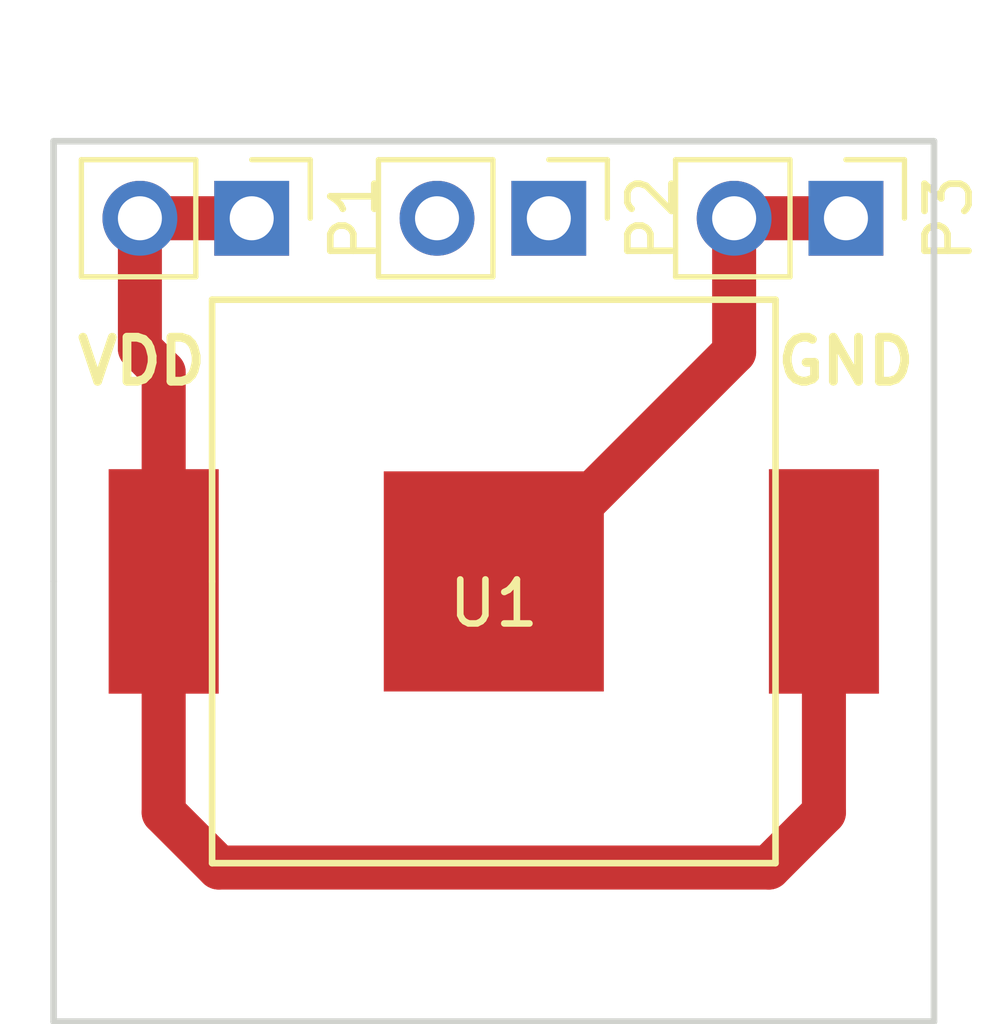
<source format=kicad_pcb>
(kicad_pcb (version 4) (host pcbnew 4.0.1-stable)

  (general
    (links 5)
    (no_connects 0)
    (area 138.505 92.641666 161.305 116.075001)
    (thickness 1.6)
    (drawings 7)
    (tracks 13)
    (zones 0)
    (modules 4)
    (nets 3)
  )

  (page A4)
  (layers
    (0 F.Cu signal)
    (31 B.Cu signal)
    (32 B.Adhes user)
    (33 F.Adhes user)
    (34 B.Paste user)
    (35 F.Paste user)
    (36 B.SilkS user)
    (37 F.SilkS user)
    (38 B.Mask user)
    (39 F.Mask user)
    (40 Dwgs.User user)
    (41 Cmts.User user)
    (42 Eco1.User user)
    (43 Eco2.User user)
    (44 Edge.Cuts user)
    (45 Margin user)
    (46 B.CrtYd user)
    (47 F.CrtYd user)
    (48 B.Fab user)
    (49 F.Fab user)
  )

  (setup
    (last_trace_width 1)
    (user_trace_width 1)
    (trace_clearance 0.2)
    (zone_clearance 0.508)
    (zone_45_only no)
    (trace_min 0.2)
    (segment_width 0.2)
    (edge_width 0.15)
    (via_size 0.6)
    (via_drill 0.4)
    (via_min_size 0.4)
    (via_min_drill 0.3)
    (uvia_size 0.3)
    (uvia_drill 0.1)
    (uvias_allowed no)
    (uvia_min_size 0.2)
    (uvia_min_drill 0.1)
    (pcb_text_width 0.3)
    (pcb_text_size 1.5 1.5)
    (mod_edge_width 0.15)
    (mod_text_size 1 1)
    (mod_text_width 0.15)
    (pad_size 1.524 1.524)
    (pad_drill 0.762)
    (pad_to_mask_clearance 0)
    (aux_axis_origin 140 96)
    (visible_elements FFFFFF7F)
    (pcbplotparams
      (layerselection 0x010f0_80000001)
      (usegerberextensions false)
      (excludeedgelayer true)
      (linewidth 0.100000)
      (plotframeref false)
      (viasonmask false)
      (mode 1)
      (useauxorigin true)
      (hpglpennumber 1)
      (hpglpenspeed 20)
      (hpglpendiameter 15)
      (hpglpenoverlay 2)
      (psnegative false)
      (psa4output false)
      (plotreference false)
      (plotvalue false)
      (plotinvisibletext false)
      (padsonsilk false)
      (subtractmaskfromsilk true)
      (outputformat 1)
      (mirror false)
      (drillshape 0)
      (scaleselection 1)
      (outputdirectory "C:/Users/jun/Desktop/(180122)dragonASICBatteryBoard/"))
  )

  (net 0 "")
  (net 1 "Net-(P1-Pad1)")
  (net 2 "Net-(P3-Pad1)")

  (net_class Default "これは標準のネット クラスです。"
    (clearance 0.2)
    (trace_width 0.25)
    (via_dia 0.6)
    (via_drill 0.4)
    (uvia_dia 0.3)
    (uvia_drill 0.1)
    (add_net "Net-(P1-Pad1)")
    (add_net "Net-(P3-Pad1)")
  )

  (module Pin_Headers:Pin_Header_Straight_1x02_Pitch2.54mm (layer F.Cu) (tedit 59650532) (tstamp 5A65B7C9)
    (at 144.5 97.75 270)
    (descr "Through hole straight pin header, 1x02, 2.54mm pitch, single row")
    (tags "Through hole pin header THT 1x02 2.54mm single row")
    (path /5A65B701)
    (fp_text reference P1 (at 0 -2.33 270) (layer F.SilkS)
      (effects (font (size 1 1) (thickness 0.15)))
    )
    (fp_text value CONN_01X02 (at 0 4.87 270) (layer F.Fab)
      (effects (font (size 1 1) (thickness 0.15)))
    )
    (fp_line (start -0.635 -1.27) (end 1.27 -1.27) (layer F.Fab) (width 0.1))
    (fp_line (start 1.27 -1.27) (end 1.27 3.81) (layer F.Fab) (width 0.1))
    (fp_line (start 1.27 3.81) (end -1.27 3.81) (layer F.Fab) (width 0.1))
    (fp_line (start -1.27 3.81) (end -1.27 -0.635) (layer F.Fab) (width 0.1))
    (fp_line (start -1.27 -0.635) (end -0.635 -1.27) (layer F.Fab) (width 0.1))
    (fp_line (start -1.33 3.87) (end 1.33 3.87) (layer F.SilkS) (width 0.12))
    (fp_line (start -1.33 1.27) (end -1.33 3.87) (layer F.SilkS) (width 0.12))
    (fp_line (start 1.33 1.27) (end 1.33 3.87) (layer F.SilkS) (width 0.12))
    (fp_line (start -1.33 1.27) (end 1.33 1.27) (layer F.SilkS) (width 0.12))
    (fp_line (start -1.33 0) (end -1.33 -1.33) (layer F.SilkS) (width 0.12))
    (fp_line (start -1.33 -1.33) (end 0 -1.33) (layer F.SilkS) (width 0.12))
    (fp_line (start -1.8 -1.8) (end -1.8 4.35) (layer F.CrtYd) (width 0.05))
    (fp_line (start -1.8 4.35) (end 1.8 4.35) (layer F.CrtYd) (width 0.05))
    (fp_line (start 1.8 4.35) (end 1.8 -1.8) (layer F.CrtYd) (width 0.05))
    (fp_line (start 1.8 -1.8) (end -1.8 -1.8) (layer F.CrtYd) (width 0.05))
    (fp_text user %R (at 0 1.27 360) (layer F.Fab)
      (effects (font (size 1 1) (thickness 0.15)))
    )
    (pad 1 thru_hole rect (at 0 0 270) (size 1.7 1.7) (drill 1) (layers *.Cu *.Mask)
      (net 1 "Net-(P1-Pad1)"))
    (pad 2 thru_hole oval (at 0 2.54 270) (size 1.7 1.7) (drill 1) (layers *.Cu *.Mask)
      (net 1 "Net-(P1-Pad1)"))
    (model ${KISYS3DMOD}/Pin_Headers.3dshapes/Pin_Header_Straight_1x02_Pitch2.54mm.wrl
      (at (xyz 0 0 0))
      (scale (xyz 1 1 1))
      (rotate (xyz 0 0 0))
    )
  )

  (module Pin_Headers:Pin_Header_Straight_1x02_Pitch2.54mm (layer F.Cu) (tedit 59650532) (tstamp 5A65B7CF)
    (at 151.25 97.75 270)
    (descr "Through hole straight pin header, 1x02, 2.54mm pitch, single row")
    (tags "Through hole pin header THT 1x02 2.54mm single row")
    (path /5A65B754)
    (fp_text reference P2 (at 0 -2.33 270) (layer F.SilkS)
      (effects (font (size 1 1) (thickness 0.15)))
    )
    (fp_text value CONN_01X02 (at 0 4.87 270) (layer F.Fab)
      (effects (font (size 1 1) (thickness 0.15)))
    )
    (fp_line (start -0.635 -1.27) (end 1.27 -1.27) (layer F.Fab) (width 0.1))
    (fp_line (start 1.27 -1.27) (end 1.27 3.81) (layer F.Fab) (width 0.1))
    (fp_line (start 1.27 3.81) (end -1.27 3.81) (layer F.Fab) (width 0.1))
    (fp_line (start -1.27 3.81) (end -1.27 -0.635) (layer F.Fab) (width 0.1))
    (fp_line (start -1.27 -0.635) (end -0.635 -1.27) (layer F.Fab) (width 0.1))
    (fp_line (start -1.33 3.87) (end 1.33 3.87) (layer F.SilkS) (width 0.12))
    (fp_line (start -1.33 1.27) (end -1.33 3.87) (layer F.SilkS) (width 0.12))
    (fp_line (start 1.33 1.27) (end 1.33 3.87) (layer F.SilkS) (width 0.12))
    (fp_line (start -1.33 1.27) (end 1.33 1.27) (layer F.SilkS) (width 0.12))
    (fp_line (start -1.33 0) (end -1.33 -1.33) (layer F.SilkS) (width 0.12))
    (fp_line (start -1.33 -1.33) (end 0 -1.33) (layer F.SilkS) (width 0.12))
    (fp_line (start -1.8 -1.8) (end -1.8 4.35) (layer F.CrtYd) (width 0.05))
    (fp_line (start -1.8 4.35) (end 1.8 4.35) (layer F.CrtYd) (width 0.05))
    (fp_line (start 1.8 4.35) (end 1.8 -1.8) (layer F.CrtYd) (width 0.05))
    (fp_line (start 1.8 -1.8) (end -1.8 -1.8) (layer F.CrtYd) (width 0.05))
    (fp_text user %R (at 0 1.27 360) (layer F.Fab)
      (effects (font (size 1 1) (thickness 0.15)))
    )
    (pad 1 thru_hole rect (at 0 0 270) (size 1.7 1.7) (drill 1) (layers *.Cu *.Mask))
    (pad 2 thru_hole oval (at 0 2.54 270) (size 1.7 1.7) (drill 1) (layers *.Cu *.Mask))
    (model ${KISYS3DMOD}/Pin_Headers.3dshapes/Pin_Header_Straight_1x02_Pitch2.54mm.wrl
      (at (xyz 0 0 0))
      (scale (xyz 1 1 1))
      (rotate (xyz 0 0 0))
    )
  )

  (module Pin_Headers:Pin_Header_Straight_1x02_Pitch2.54mm (layer F.Cu) (tedit 59650532) (tstamp 5A65B7D5)
    (at 158 97.75 270)
    (descr "Through hole straight pin header, 1x02, 2.54mm pitch, single row")
    (tags "Through hole pin header THT 1x02 2.54mm single row")
    (path /5A65B78B)
    (fp_text reference P3 (at 0 -2.33 270) (layer F.SilkS)
      (effects (font (size 1 1) (thickness 0.15)))
    )
    (fp_text value CONN_01X02 (at 0 4.87 270) (layer F.Fab)
      (effects (font (size 1 1) (thickness 0.15)))
    )
    (fp_line (start -0.635 -1.27) (end 1.27 -1.27) (layer F.Fab) (width 0.1))
    (fp_line (start 1.27 -1.27) (end 1.27 3.81) (layer F.Fab) (width 0.1))
    (fp_line (start 1.27 3.81) (end -1.27 3.81) (layer F.Fab) (width 0.1))
    (fp_line (start -1.27 3.81) (end -1.27 -0.635) (layer F.Fab) (width 0.1))
    (fp_line (start -1.27 -0.635) (end -0.635 -1.27) (layer F.Fab) (width 0.1))
    (fp_line (start -1.33 3.87) (end 1.33 3.87) (layer F.SilkS) (width 0.12))
    (fp_line (start -1.33 1.27) (end -1.33 3.87) (layer F.SilkS) (width 0.12))
    (fp_line (start 1.33 1.27) (end 1.33 3.87) (layer F.SilkS) (width 0.12))
    (fp_line (start -1.33 1.27) (end 1.33 1.27) (layer F.SilkS) (width 0.12))
    (fp_line (start -1.33 0) (end -1.33 -1.33) (layer F.SilkS) (width 0.12))
    (fp_line (start -1.33 -1.33) (end 0 -1.33) (layer F.SilkS) (width 0.12))
    (fp_line (start -1.8 -1.8) (end -1.8 4.35) (layer F.CrtYd) (width 0.05))
    (fp_line (start -1.8 4.35) (end 1.8 4.35) (layer F.CrtYd) (width 0.05))
    (fp_line (start 1.8 4.35) (end 1.8 -1.8) (layer F.CrtYd) (width 0.05))
    (fp_line (start 1.8 -1.8) (end -1.8 -1.8) (layer F.CrtYd) (width 0.05))
    (fp_text user %R (at 0 1.27 360) (layer F.Fab)
      (effects (font (size 1 1) (thickness 0.15)))
    )
    (pad 1 thru_hole rect (at 0 0 270) (size 1.7 1.7) (drill 1) (layers *.Cu *.Mask)
      (net 2 "Net-(P3-Pad1)"))
    (pad 2 thru_hole oval (at 0 2.54 270) (size 1.7 1.7) (drill 1) (layers *.Cu *.Mask)
      (net 2 "Net-(P3-Pad1)"))
    (model ${KISYS3DMOD}/Pin_Headers.3dshapes/Pin_Header_Straight_1x02_Pitch2.54mm.wrl
      (at (xyz 0 0 0))
      (scale (xyz 1 1 1))
      (rotate (xyz 0 0 0))
    )
  )

  (module dragonASICBatteryBoard:battery (layer F.Cu) (tedit 5A65B89A) (tstamp 5A65B7DC)
    (at 150 106)
    (path /5A65B68A)
    (fp_text reference U1 (at 0 0.5) (layer F.SilkS)
      (effects (font (size 1 1) (thickness 0.15)))
    )
    (fp_text value battery (at 0 -0.5) (layer F.Fab)
      (effects (font (size 1 1) (thickness 0.15)))
    )
    (fp_line (start -6.4 0) (end -6.4 -6.4) (layer F.SilkS) (width 0.15))
    (fp_line (start -6.4 -6.4) (end 6.4 -6.4) (layer F.SilkS) (width 0.15))
    (fp_line (start 6.4 -6.4) (end 6.4 6.4) (layer F.SilkS) (width 0.15))
    (fp_line (start 6.4 6.4) (end -6.4 6.4) (layer F.SilkS) (width 0.15))
    (fp_line (start -6.4 6.4) (end -6.4 0) (layer F.SilkS) (width 0.15))
    (pad 2 smd rect (at 7.5 0) (size 2.5 5.1) (layers F.Cu F.Paste F.Mask)
      (net 1 "Net-(P1-Pad1)"))
    (pad 2 smd rect (at -7.5 0) (size 2.5 5.1) (layers F.Cu F.Paste F.Mask)
      (net 1 "Net-(P1-Pad1)"))
    (pad 1 smd rect (at 0 0) (size 5 5) (layers F.Cu F.Paste F.Mask)
      (net 2 "Net-(P3-Pad1)"))
  )

  (gr_text VDD (at 142 101) (layer F.SilkS)
    (effects (font (size 1 1) (thickness 0.2)))
  )
  (gr_text GND (at 158 101) (layer F.SilkS)
    (effects (font (size 1 1) (thickness 0.2)))
  )
  (gr_line (start 140 96) (end 140 106) (angle 90) (layer Edge.Cuts) (width 0.15))
  (gr_line (start 160 96) (end 140 96) (angle 90) (layer Edge.Cuts) (width 0.15))
  (gr_line (start 160 116) (end 160 96) (angle 90) (layer Edge.Cuts) (width 0.15))
  (gr_line (start 140 116) (end 160 116) (angle 90) (layer Edge.Cuts) (width 0.15))
  (gr_line (start 140 106) (end 140 116) (angle 90) (layer Edge.Cuts) (width 0.15))

  (segment (start 141.96 97.75) (end 144.5 97.75) (width 1) (layer F.Cu) (net 1))
  (segment (start 142.5 106) (end 142.5 101.25) (width 1) (layer F.Cu) (net 1))
  (segment (start 141.96 100.71) (end 141.96 97.75) (width 1) (layer F.Cu) (net 1) (tstamp 5A65BE11))
  (segment (start 142.5 101.25) (end 141.96 100.71) (width 1) (layer F.Cu) (net 1) (tstamp 5A65BE08))
  (segment (start 142.5 106) (end 142.5 111.25) (width 1) (layer F.Cu) (net 1))
  (segment (start 157.5 111.25) (end 157.5 106) (width 1) (layer F.Cu) (net 1) (tstamp 5A65BDF2))
  (segment (start 156.25 112.5) (end 157.5 111.25) (width 1) (layer F.Cu) (net 1) (tstamp 5A65BDEA))
  (segment (start 143.75 112.5) (end 156.25 112.5) (width 1) (layer F.Cu) (net 1) (tstamp 5A65BDE6))
  (segment (start 142.5 111.25) (end 143.75 112.5) (width 1) (layer F.Cu) (net 1) (tstamp 5A65BDE1))
  (segment (start 155.46 97.75) (end 158 97.75) (width 1) (layer F.Cu) (net 2))
  (segment (start 150 106) (end 150.25 106) (width 1) (layer F.Cu) (net 2))
  (segment (start 150.25 106) (end 155.46 100.79) (width 1) (layer F.Cu) (net 2) (tstamp 5A65BDBB))
  (segment (start 155.46 100.79) (end 155.46 97.75) (width 1) (layer F.Cu) (net 2) (tstamp 5A65BDC4))

)

</source>
